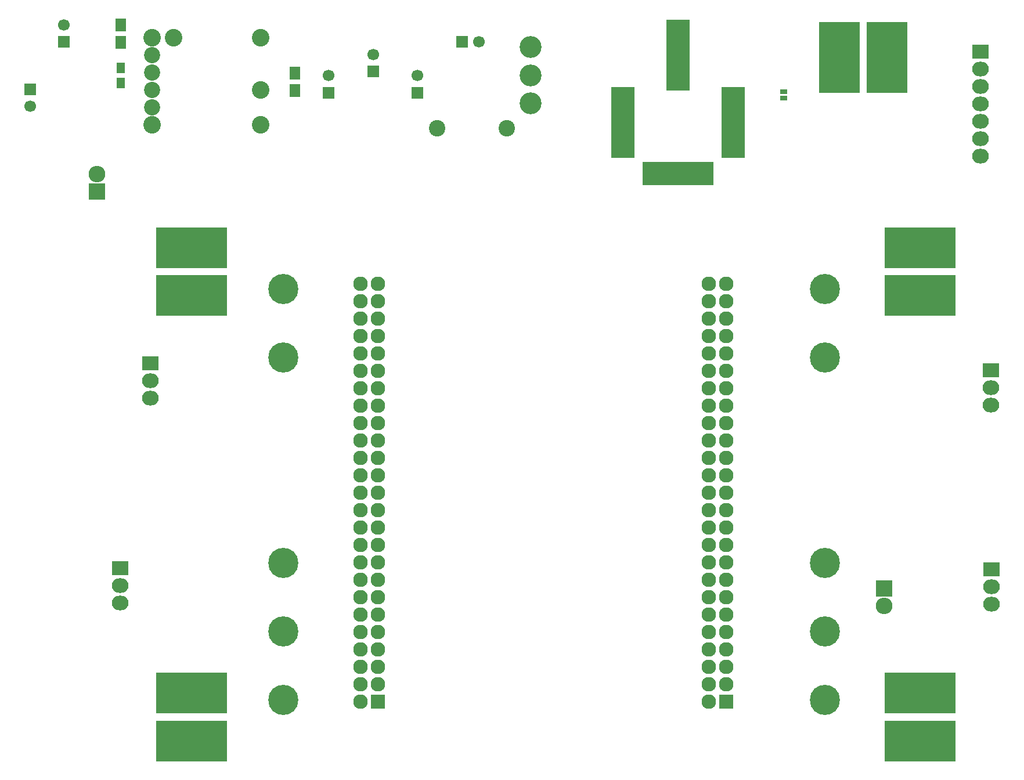
<source format=gbr>
G04 #@! TF.FileFunction,Soldermask,Top*
%FSLAX46Y46*%
G04 Gerber Fmt 4.6, Leading zero omitted, Abs format (unit mm)*
G04 Created by KiCad (PCBNEW 4.0.5) date Wed Mar 22 03:01:49 2017*
%MOMM*%
%LPD*%
G01*
G04 APERTURE LIST*
%ADD10C,0.100000*%
%ADD11C,1.700000*%
%ADD12R,1.700000X1.700000*%
%ADD13R,1.650000X1.900000*%
%ADD14R,5.900000X10.400000*%
%ADD15R,10.400000X5.900000*%
%ADD16R,2.432000X2.432000*%
%ADD17O,2.432000X2.432000*%
%ADD18R,1.300000X1.600000*%
%ADD19R,3.400000X10.400000*%
%ADD20R,10.400000X3.400000*%
%ADD21C,3.200000*%
%ADD22C,2.560000*%
%ADD23C,2.360000*%
%ADD24C,4.400000*%
%ADD25R,2.432000X2.127200*%
%ADD26O,2.432000X2.127200*%
%ADD27R,2.127200X2.127200*%
%ADD28O,2.127200X2.127200*%
%ADD29C,2.398980*%
%ADD30R,1.000000X0.800000*%
G04 APERTURE END LIST*
D10*
D11*
X144250000Y-43750000D03*
D12*
X141750000Y-43750000D03*
D11*
X135300000Y-48700000D03*
D12*
X135300000Y-51200000D03*
D11*
X122300000Y-48700000D03*
D12*
X122300000Y-51200000D03*
D11*
X128800000Y-45600000D03*
D12*
X128800000Y-48100000D03*
D13*
X92000000Y-41350000D03*
X92000000Y-43850000D03*
D11*
X78800000Y-53200000D03*
D12*
X78800000Y-50700000D03*
D14*
X203800000Y-46050000D03*
X196800000Y-46050000D03*
D15*
X102300000Y-145800000D03*
X102300000Y-138800000D03*
X208550000Y-80800000D03*
X208550000Y-73800000D03*
D16*
X203300000Y-123550000D03*
D17*
X203300000Y-126090000D03*
D15*
X208550000Y-145800000D03*
X208550000Y-138800000D03*
X102300000Y-80800000D03*
X102300000Y-73800000D03*
D16*
X88550000Y-65590000D03*
D17*
X88550000Y-63050000D03*
D18*
X92000000Y-49800000D03*
X92000000Y-47600000D03*
D19*
X165200000Y-55500000D03*
X181300000Y-55500000D03*
D20*
X173250000Y-63000000D03*
D19*
X173250000Y-45700000D03*
D21*
X151800000Y-52749999D03*
X151800000Y-48649999D03*
X151800000Y-44550000D03*
D22*
X112420000Y-43180000D03*
X99720000Y-43180000D03*
X96550000Y-43180000D03*
X112420000Y-55880000D03*
X112420000Y-50800000D03*
D23*
X96550000Y-45720000D03*
X96550000Y-48260000D03*
X96550000Y-50800000D03*
X96550000Y-53340000D03*
D22*
X96550000Y-55880000D03*
D24*
X115720000Y-79800000D03*
X115720000Y-89800000D03*
X115720000Y-119800000D03*
X115720000Y-129800000D03*
X115720000Y-139800000D03*
X194680000Y-139800000D03*
X194680000Y-119800000D03*
X194680000Y-89800000D03*
X194680000Y-129800000D03*
X194680000Y-79800000D03*
D25*
X96300000Y-90660000D03*
D26*
X96300000Y-93200000D03*
X96300000Y-95740000D03*
D25*
X91900000Y-120560000D03*
D26*
X91900000Y-123100000D03*
X91900000Y-125640000D03*
D25*
X218900000Y-91660000D03*
D26*
X218900000Y-94200000D03*
X218900000Y-96740000D03*
D25*
X219000000Y-120720000D03*
D26*
X219000000Y-123260000D03*
X219000000Y-125800000D03*
D27*
X180340000Y-140000000D03*
D28*
X177800000Y-140000000D03*
X180340000Y-137460000D03*
X177800000Y-137460000D03*
X180340000Y-134920000D03*
X177800000Y-134920000D03*
X180340000Y-132380000D03*
X177800000Y-132380000D03*
X180340000Y-129840000D03*
X177800000Y-129840000D03*
X180340000Y-127300000D03*
X177800000Y-127300000D03*
X180340000Y-124760000D03*
X177800000Y-124760000D03*
X180340000Y-122220000D03*
X177800000Y-122220000D03*
X180340000Y-119680000D03*
X177800000Y-119680000D03*
X180340000Y-117140000D03*
X177800000Y-117140000D03*
X180340000Y-114600000D03*
X177800000Y-114600000D03*
X180340000Y-112060000D03*
X177800000Y-112060000D03*
X180340000Y-109520000D03*
X177800000Y-109520000D03*
X180340000Y-106980000D03*
X177800000Y-106980000D03*
X180340000Y-104440000D03*
X177800000Y-104440000D03*
X180340000Y-101900000D03*
X177800000Y-101900000D03*
X180340000Y-99360000D03*
X177800000Y-99360000D03*
X180340000Y-96820000D03*
X177800000Y-96820000D03*
X180340000Y-94280000D03*
X177800000Y-94280000D03*
X180340000Y-91740000D03*
X177800000Y-91740000D03*
X180340000Y-89200000D03*
X177800000Y-89200000D03*
X180340000Y-86660000D03*
X177800000Y-86660000D03*
X180340000Y-84120000D03*
X177800000Y-84120000D03*
X180340000Y-81580000D03*
X177800000Y-81580000D03*
X180340000Y-79040000D03*
X177800000Y-79040000D03*
D27*
X129540000Y-140000000D03*
D28*
X127000000Y-140000000D03*
X129540000Y-137460000D03*
X127000000Y-137460000D03*
X129540000Y-134920000D03*
X127000000Y-134920000D03*
X129540000Y-132380000D03*
X127000000Y-132380000D03*
X129540000Y-129840000D03*
X127000000Y-129840000D03*
X129540000Y-127300000D03*
X127000000Y-127300000D03*
X129540000Y-124760000D03*
X127000000Y-124760000D03*
X129540000Y-122220000D03*
X127000000Y-122220000D03*
X129540000Y-119680000D03*
X127000000Y-119680000D03*
X129540000Y-117140000D03*
X127000000Y-117140000D03*
X129540000Y-114600000D03*
X127000000Y-114600000D03*
X129540000Y-112060000D03*
X127000000Y-112060000D03*
X129540000Y-109520000D03*
X127000000Y-109520000D03*
X129540000Y-106980000D03*
X127000000Y-106980000D03*
X129540000Y-104440000D03*
X127000000Y-104440000D03*
X129540000Y-101900000D03*
X127000000Y-101900000D03*
X129540000Y-99360000D03*
X127000000Y-99360000D03*
X129540000Y-96820000D03*
X127000000Y-96820000D03*
X129540000Y-94280000D03*
X127000000Y-94280000D03*
X129540000Y-91740000D03*
X127000000Y-91740000D03*
X129540000Y-89200000D03*
X127000000Y-89200000D03*
X129540000Y-86660000D03*
X127000000Y-86660000D03*
X129540000Y-84120000D03*
X127000000Y-84120000D03*
X129540000Y-81580000D03*
X127000000Y-81580000D03*
X129540000Y-79040000D03*
X127000000Y-79040000D03*
D25*
X217400000Y-45220000D03*
D26*
X217400000Y-47760000D03*
X217400000Y-50300000D03*
X217400000Y-52840000D03*
X217400000Y-55380000D03*
X217400000Y-57920000D03*
X217400000Y-60460000D03*
D29*
X138120000Y-56400000D03*
X148280000Y-56400000D03*
D13*
X117400000Y-48350000D03*
X117400000Y-50850000D03*
D11*
X83700000Y-41300000D03*
D12*
X83700000Y-43800000D03*
D30*
X188700000Y-51950000D03*
X188700000Y-51050000D03*
M02*

</source>
